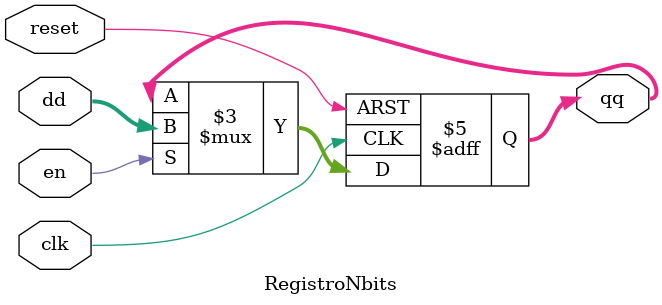
<source format=v>
`timescale 1ns / 1ps
module RegistroNbits#(parameter bits=23)(

input wire clk, reset ,
input wire en ,
input wire [bits-1:0] dd ,
output reg [bits-1:0] qq
);

always @(posedge clk, posedge reset)
if (reset)
qq = 0;
else if (en)
qq = dd ;

endmodule

</source>
